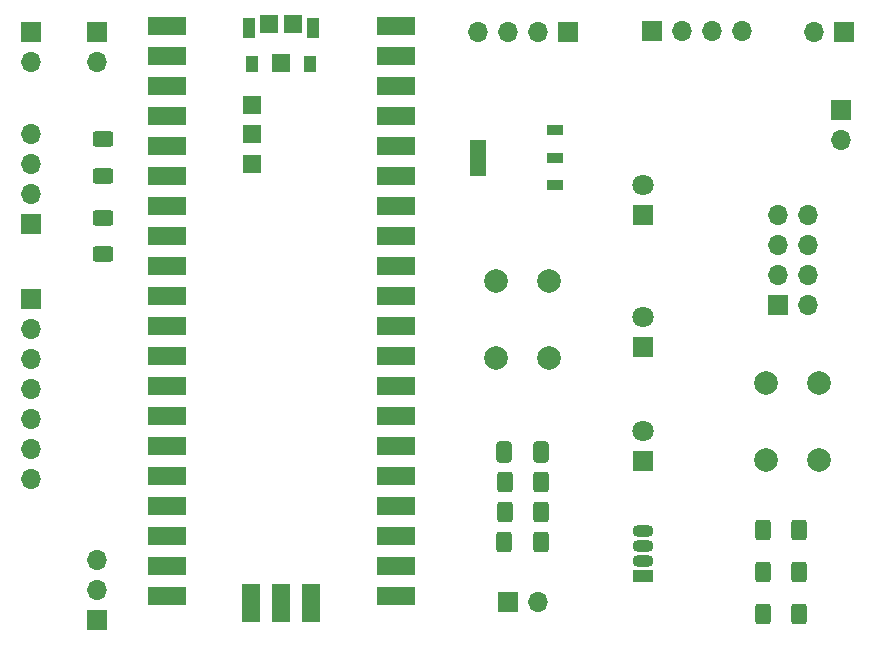
<source format=gbr>
%TF.GenerationSoftware,KiCad,Pcbnew,(6.0.5)*%
%TF.CreationDate,2023-02-27T08:13:59-05:00*%
%TF.ProjectId,UGV_Board,5547565f-426f-4617-9264-2e6b69636164,rev?*%
%TF.SameCoordinates,Original*%
%TF.FileFunction,Soldermask,Top*%
%TF.FilePolarity,Negative*%
%FSLAX46Y46*%
G04 Gerber Fmt 4.6, Leading zero omitted, Abs format (unit mm)*
G04 Created by KiCad (PCBNEW (6.0.5)) date 2023-02-27 08:13:59*
%MOMM*%
%LPD*%
G01*
G04 APERTURE LIST*
G04 Aperture macros list*
%AMRoundRect*
0 Rectangle with rounded corners*
0 $1 Rounding radius*
0 $2 $3 $4 $5 $6 $7 $8 $9 X,Y pos of 4 corners*
0 Add a 4 corners polygon primitive as box body*
4,1,4,$2,$3,$4,$5,$6,$7,$8,$9,$2,$3,0*
0 Add four circle primitives for the rounded corners*
1,1,$1+$1,$2,$3*
1,1,$1+$1,$4,$5*
1,1,$1+$1,$6,$7*
1,1,$1+$1,$8,$9*
0 Add four rect primitives between the rounded corners*
20,1,$1+$1,$2,$3,$4,$5,0*
20,1,$1+$1,$4,$5,$6,$7,0*
20,1,$1+$1,$6,$7,$8,$9,0*
20,1,$1+$1,$8,$9,$2,$3,0*%
G04 Aperture macros list end*
%ADD10R,1.700000X1.700000*%
%ADD11O,1.700000X1.700000*%
%ADD12C,2.000000*%
%ADD13RoundRect,0.250000X0.625000X-0.400000X0.625000X0.400000X-0.625000X0.400000X-0.625000X-0.400000X0*%
%ADD14R,1.473200X0.889000*%
%ADD15R,1.473200X3.149600*%
%ADD16RoundRect,0.250000X0.400000X0.625000X-0.400000X0.625000X-0.400000X-0.625000X0.400000X-0.625000X0*%
%ADD17R,1.800000X1.800000*%
%ADD18C,1.800000*%
%ADD19R,3.200400X1.600200*%
%ADD20R,1.092200X1.803400*%
%ADD21R,1.041400X1.447800*%
%ADD22R,1.600200X3.200400*%
%ADD23R,1.498600X1.498600*%
%ADD24R,1.800000X1.070000*%
%ADD25O,1.800000X1.070000*%
%ADD26RoundRect,0.250000X-0.412500X-0.650000X0.412500X-0.650000X0.412500X0.650000X-0.412500X0.650000X0*%
G04 APERTURE END LIST*
D10*
%TO.C,J6*%
X131064000Y-85613000D03*
D11*
X131064000Y-88153000D03*
X131064000Y-90693000D03*
X131064000Y-93233000D03*
X131064000Y-95773000D03*
X131064000Y-98313000D03*
X131064000Y-100853000D03*
%TD*%
D10*
%TO.C,SW1*%
X199903000Y-62992000D03*
D11*
X197363000Y-62992000D03*
%TD*%
D10*
%TO.C,J2*%
X136627000Y-112761000D03*
D11*
X136627000Y-110221000D03*
X136627000Y-107681000D03*
%TD*%
D12*
%TO.C,SW3*%
X197830000Y-92762000D03*
X197830000Y-99262000D03*
X193330000Y-92762000D03*
X193330000Y-99262000D03*
%TD*%
D13*
%TO.C,R11*%
X137160000Y-81840000D03*
X137160000Y-78740000D03*
%TD*%
D14*
%TO.C,U2*%
X175475900Y-75971400D03*
X175475900Y-73660000D03*
X175475900Y-71348600D03*
D15*
X168948100Y-73660000D03*
%TD*%
D10*
%TO.C,J9*%
X171470000Y-111252000D03*
D11*
X174010000Y-111252000D03*
%TD*%
D10*
%TO.C,J1*%
X131064000Y-79248000D03*
D11*
X131064000Y-76708000D03*
X131064000Y-74168000D03*
X131064000Y-71628000D03*
%TD*%
D16*
%TO.C,R5*%
X196114000Y-108712000D03*
X193014000Y-108712000D03*
%TD*%
%TO.C,R3*%
X174270000Y-101092000D03*
X171170000Y-101092000D03*
%TD*%
D10*
%TO.C,J5*%
X176520000Y-63017000D03*
D11*
X173980000Y-63017000D03*
X171440000Y-63017000D03*
X168900000Y-63017000D03*
%TD*%
D10*
%TO.C,J7*%
X131064000Y-62992000D03*
D11*
X131064000Y-65532000D03*
%TD*%
D16*
%TO.C,R2*%
X174244000Y-106172000D03*
X171144000Y-106172000D03*
%TD*%
D10*
%TO.C,J8*%
X136677000Y-62992000D03*
D11*
X136677000Y-65532000D03*
%TD*%
D16*
%TO.C,R1*%
X174270000Y-103632000D03*
X171170000Y-103632000D03*
%TD*%
D17*
%TO.C,D4*%
X182880000Y-99319000D03*
D18*
X182880000Y-96779000D03*
%TD*%
D10*
%TO.C,J10*%
X199644000Y-69596000D03*
D11*
X199644000Y-72136000D03*
%TD*%
D10*
%TO.C,J4*%
X183652000Y-62967000D03*
D11*
X186192000Y-62967000D03*
X188732000Y-62967000D03*
X191272000Y-62967000D03*
%TD*%
D19*
%TO.C,U1*%
X142562520Y-62528430D03*
X142562520Y-65068430D03*
X142562520Y-67608430D03*
X142562520Y-70148430D03*
X142562520Y-72688430D03*
X142562520Y-75228430D03*
X142562520Y-77768430D03*
X142562520Y-80308430D03*
X142562520Y-82848430D03*
X142562520Y-85388430D03*
X142562520Y-87928430D03*
X142562520Y-90468430D03*
X142562520Y-93008430D03*
X142562520Y-95548430D03*
X142562520Y-98088430D03*
X142562520Y-100628430D03*
X142562520Y-103168430D03*
X142562520Y-105708430D03*
X142562520Y-108248430D03*
X142562520Y-110788430D03*
X161942720Y-110788430D03*
X161942720Y-108248430D03*
X161942720Y-105708430D03*
X161942720Y-103168430D03*
X161942720Y-100628430D03*
X161942720Y-98088430D03*
X161942720Y-95548430D03*
X161942720Y-93008430D03*
X161942720Y-90468430D03*
X161942720Y-87928430D03*
X161942720Y-85388430D03*
X161942720Y-82848430D03*
X161942720Y-80308430D03*
X161942720Y-77768430D03*
X161942720Y-75228430D03*
X161942720Y-72688430D03*
X161942720Y-70148430D03*
X161942720Y-67608430D03*
X161942720Y-65068430D03*
X161942720Y-62528430D03*
D20*
X149527200Y-62657970D03*
X154978040Y-62657970D03*
D21*
X149826920Y-65688190D03*
X154678320Y-65688190D03*
D22*
X149712620Y-111357390D03*
X152252620Y-111357390D03*
X154792620Y-111357390D03*
D23*
X152252620Y-65657710D03*
X153253380Y-62358250D03*
X151251860Y-62358250D03*
X149753260Y-69157830D03*
X149753260Y-71657190D03*
X149753260Y-74156550D03*
%TD*%
D16*
%TO.C,R6*%
X196114000Y-112268000D03*
X193014000Y-112268000D03*
%TD*%
%TO.C,R4*%
X196114000Y-105156000D03*
X193014000Y-105156000D03*
%TD*%
D10*
%TO.C,J3*%
X194290000Y-86096000D03*
D11*
X196830000Y-86096000D03*
X194290000Y-83556000D03*
X196830000Y-83556000D03*
X194290000Y-81016000D03*
X196830000Y-81016000D03*
X194290000Y-78476000D03*
X196830000Y-78476000D03*
%TD*%
D24*
%TO.C,D1*%
X182880000Y-109088000D03*
D25*
X182880000Y-107818000D03*
X182880000Y-106548000D03*
X182880000Y-105278000D03*
%TD*%
D13*
%TO.C,R12*%
X137160000Y-75184000D03*
X137160000Y-72084000D03*
%TD*%
D12*
%TO.C,SW2*%
X170470000Y-90626000D03*
X170470000Y-84126000D03*
X174970000Y-90626000D03*
X174970000Y-84126000D03*
%TD*%
D17*
%TO.C,D2*%
X182880000Y-78491000D03*
D18*
X182880000Y-75951000D03*
%TD*%
D17*
%TO.C,D3*%
X182880000Y-89667000D03*
D18*
X182880000Y-87127000D03*
%TD*%
D26*
%TO.C,C4*%
X171157500Y-98552000D03*
X174282500Y-98552000D03*
%TD*%
M02*

</source>
